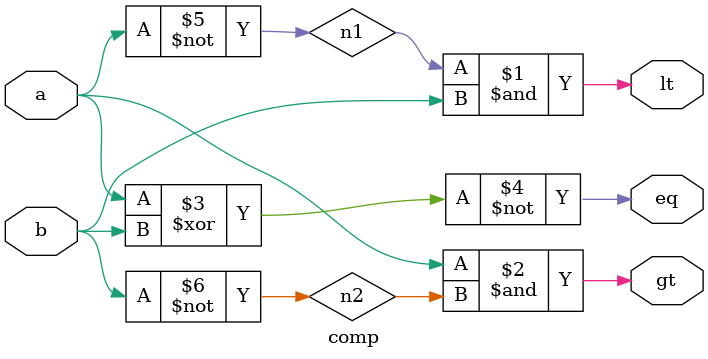
<source format=v>
module comp(a,b,gt,eq,lt);
input a,b;
output gt,eq,lt;
wire n1,n2;
not g1(n1,a);
not g2(n2,b);
and g3(lt,n1,b);
and g4(gt,a,n2);
xnor g5(eq,a,b);
endmodule

</source>
